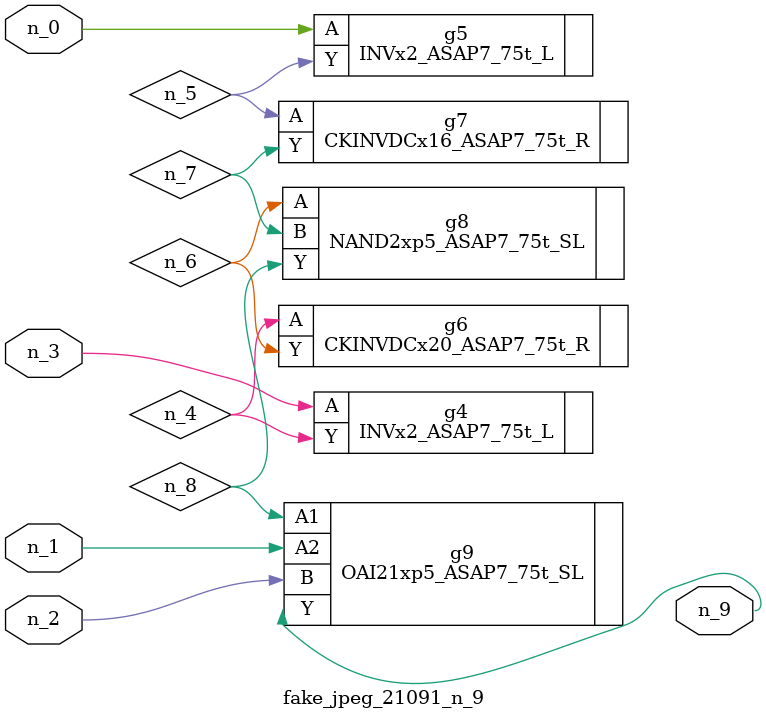
<source format=v>
module fake_jpeg_21091_n_9 (n_0, n_3, n_2, n_1, n_9);

input n_0;
input n_3;
input n_2;
input n_1;

output n_9;

wire n_4;
wire n_8;
wire n_6;
wire n_5;
wire n_7;

INVx2_ASAP7_75t_L g4 ( 
.A(n_3),
.Y(n_4)
);

INVx2_ASAP7_75t_L g5 ( 
.A(n_0),
.Y(n_5)
);

CKINVDCx20_ASAP7_75t_R g6 ( 
.A(n_4),
.Y(n_6)
);

NAND2xp5_ASAP7_75t_SL g8 ( 
.A(n_6),
.B(n_7),
.Y(n_8)
);

CKINVDCx16_ASAP7_75t_R g7 ( 
.A(n_5),
.Y(n_7)
);

OAI21xp5_ASAP7_75t_SL g9 ( 
.A1(n_8),
.A2(n_1),
.B(n_2),
.Y(n_9)
);


endmodule
</source>
